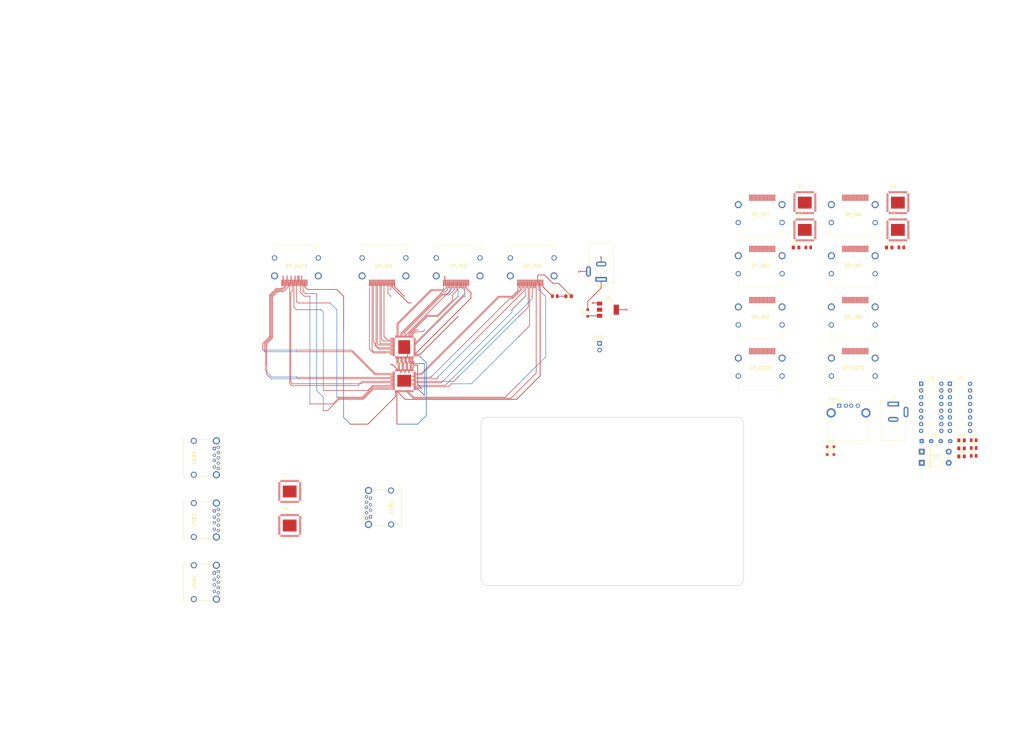
<source format=kicad_pcb>
(kicad_pcb (version 20221018) (generator pcbnew)
  (title_block (title "KVM 3 Channels") (comment 1 "Displayport KVM 3x1"))
  (layers (0 "F.Cu" signal) (1 "In1.Cu" power "GND") (2 "In2.Cu" power "PWR") (31 "B.Cu" signal) (34 "B.Paste" user) (35 "F.Paste" user) (36 "B.SilkS" user "B.Silkscreen") (37 "F.SilkS" user "F.Silkscreen") (38 "B.Mask" user) (39 "F.Mask" user) (44 "Edge.Cuts" user))
  (net 0 "")
  (net 1 "/Display_2/DPIN3_GND")
  (net 2 "Net-(D2-A)")
  (net 3 "/S0")
  (net 4 "/S1")
  (net 5 "+3.3V")
  (net 6 "GND")
  (net 7 "/Display_1/DPIN1_D0+")
  (net 8 "/Display_1/DPIN1_D0-")
  (net 9 "/Display_1/DPIN1_D1+")
  (net 10 "/Display_1/DPIN1_D1-")
  (net 11 "/Display_1/DPIN1_D2+")
  (net 12 "/Display_1/DPIN1_D2-")
  (net 13 "/Display_1/DPIN1_D3+")
  (net 14 "/Display_1/DPIN1_D3-")
  (net 15 "/Display_1/DPIN1_AUX+")
  (net 16 "/Display_1/DPIN1_AUX-")
  (net 17 "/Display_1/DPIN1_HPD")
  (net 18 "/Display_1/DPIN2_D0+")
  (net 19 "/Display_1/DPIN2_D0-")
  (net 20 "/Display_1/DPIN2_D1+")
  (net 21 "/Display_1/DPIN2_D1-")
  (net 22 "/Display_1/DPIN2_D2+")
  (net 23 "/Display_1/DPIN2_D2-")
  (net 24 "/Display_1/DPIN2_D3+")
  (net 25 "/Display_1/DPIN2_D3-")
  (net 26 "/Display_1/DPIN2_AUX+")
  (net 27 "/Display_1/DPIN2_AUX-")
  (net 28 "/Display_1/DPIN2_HPD")
  (net 29 "Net-(D1-A)")
  (net 30 "/Display_1/DPIN3_D0+")
  (net 31 "/Display_1/DPIN3_D0-")
  (net 32 "/Display_1/DPIN3_D1+")
  (net 33 "/Display_1/DPIN3_D1-")
  (net 34 "/Display_1/DPIN3_D2+")
  (net 35 "/Display_1/DPIN3_D2-")
  (net 36 "/Display_1/DPIN3_D3+")
  (net 37 "/Display_1/DPIN3_D3-")
  (net 38 "/Display_1/DPIN3_AUX+")
  (net 39 "/Display_1/DPIN3_AUX-")
  (net 40 "/Display_1/DPIN3_HPD")
  (net 41 "/Display_1/DPOUT_D0+")
  (net 42 "/Display_1/DPOUT_D0-")
  (net 43 "/Display_1/DPOUT_D1+")
  (net 44 "/Display_1/DPOUT_D1-")
  (net 45 "/Display_1/DPOUT_D2+")
  (net 46 "/Display_1/DPOUT_D2-")
  (net 47 "/Display_1/DPOUT_D3+")
  (net 48 "/Display_1/DPOUT_D3-")
  (net 49 "/Display_1/DPOUT_AUX+")
  (net 50 "/Display_1/DPOUT_AUX-")
  (net 51 "/Display_1/DPOUT_HPD")
  (net 52 "Net-(D11-A)")
  (net 53 "Net-(D13-A)")
  (net 60 "unconnected-(DP_IN2-PadMH1)")
  (net 69 "/Display_3/DPIN3_GND")
  (net 70 "Net-(D3-A)")
  (net 71 "Net-(D6-A)")
  (net 72 "Net-(D7-A)")
  (net 73 "/Power Supply/VCC_IN")
  (net 74 "/Display_1/DPIN3_GND")
  (net 75 "/Display_1/DPIN3_PWR")
  (net 81 "Net-(S1-D0_C+)")
  (net 82 "Net-(S1-D0_C-)")
  (net 83 "Net-(S1-D1_C+)")
  (net 84 "Net-(S1-D1_C-)")
  (net 85 "Net-(S1-D2_C+)")
  (net 86 "Net-(S1-D2_C-)")
  (net 87 "Net-(S1-D3_C+)")
  (net 88 "Net-(S1-D3_C-)")
  (net 89 "Net-(S1-AUX_C+)")
  (net 90 "Net-(S1-AUX_C-)")
  (net 91 "Net-(S1-HPD_C)")
  (net 110 "Net-(D8-A)")
  (net 111 "/Control/LED2_ON")
  (net 112 "/Control/SI0")
  (net 113 "/Control/LED3_ON")
  (net 114 "/Control/SI1")
  (net 115 "Net-(D12-A)")
  (net 116 "unconnected-(DP_IN3-GND0-Pad2)")
  (net 117 "unconnected-(DP_IN3-GND1-Pad5)")
  (net 118 "unconnected-(DP_IN3-GND2-Pad8)")
  (net 119 "unconnected-(DP_IN3-GND3-Pad11)")
  (net 120 "unconnected-(DP_IN3-CON1-Pad13)")
  (net 121 "unconnected-(DP_IN3-CON2-Pad14)")
  (net 122 "/Display_2/DPIN1_D0+")
  (net 123 "/Display_2/DPIN1_D0-")
  (net 124 "/Display_2/DPIN1_D1+")
  (net 125 "/Display_2/DPIN1_D1-")
  (net 126 "/Display_2/DPIN1_D2+")
  (net 127 "/Display_2/DPIN1_D2-")
  (net 128 "/Display_2/DPIN1_D3+")
  (net 129 "/Display_2/DPIN1_D3-")
  (net 130 "/Display_2/DPIN1_AUX+")
  (net 131 "/Display_2/DPIN1_AUX-")
  (net 132 "/Display_2/DPIN1_HPD")
  (net 138 "/Display_2/DPIN2_D0+")
  (net 139 "/Display_2/DPIN2_D0-")
  (net 140 "/Display_2/DPIN2_D1+")
  (net 141 "/Display_2/DPIN2_D1-")
  (net 142 "/Display_2/DPIN2_D2+")
  (net 143 "/Display_2/DPIN2_D2-")
  (net 144 "/Display_2/DPIN2_D3+")
  (net 145 "/Display_2/DPIN2_D3-")
  (net 146 "/Display_2/DPIN2_AUX+")
  (net 147 "/Display_2/DPIN2_AUX-")
  (net 148 "/Display_2/DPIN2_HPD")
  (net 154 "/Display_2/DPIN3_D0+")
  (net 156 "/Display_2/DPIN3_D0-")
  (net 157 "/Display_2/DPIN3_D1+")
  (net 159 "/Display_2/DPIN3_D1-")
  (net 160 "/Display_2/DPIN3_D2+")
  (net 162 "/Display_2/DPIN3_D2-")
  (net 163 "/Display_2/DPIN3_D3+")
  (net 165 "/Display_2/DPIN3_D3-")
  (net 168 "/Display_2/DPIN3_AUX+")
  (net 169 "/Display_2/DPIN3_AUX-")
  (net 170 "/Display_2/DPIN3_HPD")
  (net 172 "/Display_2/DPIN3_PWR")
  (net 177 "/Display_3/DPIN1_D0+")
  (net 178 "/Display_3/DPIN1_D0-")
  (net 179 "/Display_3/DPIN1_D1+")
  (net 180 "/Display_3/DPIN1_D1-")
  (net 181 "/Display_3/DPIN1_D2+")
  (net 182 "/Display_3/DPIN1_D2-")
  (net 183 "/Display_3/DPIN1_D3+")
  (net 184 "/Display_3/DPIN1_D3-")
  (net 185 "/Display_3/DPIN1_AUX+")
  (net 186 "/Display_3/DPIN1_AUX-")
  (net 187 "/Display_3/DPIN1_HPD")
  (net 193 "/Display_3/DPIN2_D0+")
  (net 194 "/Display_3/DPIN2_D0-")
  (net 195 "/Display_3/DPIN2_D1+")
  (net 196 "/Display_3/DPIN2_D1-")
  (net 197 "/Display_3/DPIN2_D2+")
  (net 198 "/Display_3/DPIN2_D2-")
  (net 199 "/Display_3/DPIN2_D3+")
  (net 200 "/Display_3/DPIN2_D3-")
  (net 201 "/Display_3/DPIN2_AUX+")
  (net 202 "/Display_3/DPIN2_AUX-")
  (net 203 "/Display_3/DPIN2_HPD")
  (net 209 "/Display_3/DPIN3_D0+")
  (net 211 "/Display_3/DPIN3_D0-")
  (net 212 "/Display_3/DPIN3_D1+")
  (net 214 "/Display_3/DPIN3_D1-")
  (net 215 "/Display_3/DPIN3_D2+")
  (net 217 "/Display_3/DPIN3_D2-")
  (net 218 "/Display_3/DPIN3_D3+")
  (net 220 "/Display_3/DPIN3_D3-")
  (net 223 "/Display_3/DPIN3_AUX+")
  (net 224 "/Display_3/DPIN3_AUX-")
  (net 225 "/Display_3/DPIN3_HPD")
  (net 227 "/Display_3/DPIN3_PWR")
  (net 232 "/Display_2/DPOUT_D0+")
  (net 233 "/Display_2/DPOUT_D0-")
  (net 234 "/Display_2/DPOUT_D1+")
  (net 235 "/Display_2/DPOUT_D1-")
  (net 236 "/Display_2/DPOUT_D2+")
  (net 237 "/Display_2/DPOUT_D2-")
  (net 238 "/Display_2/DPOUT_D3+")
  (net 239 "/Display_2/DPOUT_D3-")
  (net 240 "/Display_2/DPOUT_AUX+")
  (net 241 "/Display_2/DPOUT_AUX-")
  (net 242 "/Display_2/DPOUT_HPD")
  (net 248 "/Display_3/DPOUT_D0+")
  (net 249 "/Display_3/DPOUT_D0-")
  (net 250 "/Display_3/DPOUT_D1+")
  (net 251 "/Display_3/DPOUT_D1-")
  (net 252 "/Display_3/DPOUT_D2+")
  (net 253 "/Display_3/DPOUT_D2-")
  (net 254 "/Display_3/DPOUT_D3+")
  (net 255 "/Display_3/DPOUT_D3-")
  (net 256 "/Display_3/DPOUT_AUX+")
  (net 257 "/Display_3/DPOUT_AUX-")
  (net 258 "/Display_3/DPOUT_HPD")
  (net 264 "/Control/REG_CLK")
  (net 267 "/Control/LED1_ON")
  (net 268 "Net-(S3-D0_C+)")
  (net 269 "Net-(S3-D0_C-)")
  (net 270 "Net-(S3-D1_C+)")
  (net 271 "Net-(S3-D1_C-)")
  (net 272 "Net-(S3-D2_C+)")
  (net 273 "Net-(S3-D2_C-)")
  (net 274 "Net-(S3-D3_C+)")
  (net 275 "Net-(S3-D3_C-)")
  (net 276 "Net-(S3-AUX_C+)")
  (net 277 "Net-(S3-AUX_C-)")
  (net 278 "Net-(S3-HPD_C)")
  (net 297 "Net-(S5-D0_C+)")
  (net 298 "Net-(S5-D0_C-)")
  (net 299 "Net-(S5-D1_C+)")
  (net 300 "Net-(S5-D1_C-)")
  (net 301 "Net-(S5-D2_C+)")
  (net 302 "Net-(S5-D2_C-)")
  (net 303 "Net-(S5-D3_C+)")
  (net 304 "Net-(S5-D3_C-)")
  (net 305 "Net-(S5-AUX_C+)")
  (net 306 "Net-(S5-AUX_C-)")
  (net 307 "Net-(S5-HPD_C)")
  (net 326 "/USB Switch/D0+")
  (net 327 "/USB Switch/D0-")
  (net 328 "/USB Switch/D1+")
  (net 329 "/USB Switch/D1-")
  (net 330 "/USB Switch/D2+")
  (net 331 "/USB Switch/D2-")
  (net 340 "/USB Switch/+5V")
  (net 354 "/USB Switch/USB_C_D2-")
  (net 355 "/USB Switch/USB_C_D2+")
  (net 356 "/USB Switch/USB_C_D1-")
  (net 357 "/USB Switch/USB_C_D1+")
  (net 358 "/USB Switch/USB_C_D0-")
  (net 359 "/USB Switch/USB_C_D0+")
  (net 363 "/USB Switch/USB_AB_D2-")
  (net 364 "/USB Switch/USB_AB_D2+")
  (net 365 "/USB Switch/USB_AB_D1-")
  (net 366 "/USB Switch/USB_AB_D1+")
  (net 367 "/USB Switch/USB_AB_D0-")
  (net 368 "/USB Switch/USB_AB_D0+")
  (net 390 "/USB Switch/USB_B_D2-")
  (net 391 "/USB Switch/USB_B_D2+")
  (net 392 "/USB Switch/USB_B_D1-")
  (net 393 "/USB Switch/USB_B_D1+")
  (net 394 "/USB Switch/USB_B_D0-")
  (net 395 "/USB Switch/USB_B_D0+")
  (net 399 "/USB Switch/USB_A_D2-")
  (net 400 "/USB Switch/USB_A_D2+")
  (net 401 "/USB Switch/USB_A_D1-")
  (net 402 "/USB Switch/USB_A_D1+")
  (net 403 "/USB Switch/USB_A_D0-")
  (net 404 "/USB Switch/USB_A_D0+")
  (net 406 "/Control/Q0")
  (net 409 "/Control/RESET")
  (net 414 "/Control/~{CLK_EN}")
  (net 439 "/USB Switch/OUT_3_D0+")
  (net 446 "/USB Switch/5V+")
  (footprint "472720024:472720024" (layer "F.Cu") (at 268.365 76.375)
    (fp_text reference "DP_IN6")
    (fp_text value "DP_IN3" hide)
  )
  (footprint "Connector_PinHeader_2.54mm:PinHeader_1x02_P2.54mm_Vertical" (layer "F.Cu") (at 172.72 86.36)
    (fp_text reference "PWR1")
    (fp_text value "Conn_01x02_Pin")
  )
  (footprint "Connector_BarrelJack:BarrelJack_Wuerth_6941xx301002" (layer "F.Cu") (at 173.32 62.23 180)
    (fp_text reference "PWR2")
    (fp_text value "Barrel_Jack_Switch")
  )
  (footprint "Custom_Footprints:USB3_Molex_48393-0003" (layer "F.Cu") (at 27.485 149.51 -90)
    (fp_text reference "USB3")
    (fp_text value "USB3_Molex_48393-0003" hide)
  )
  (footprint "LED_SMD:LED_0805_2012Metric_Pad1.15x1.40mm_HandSolder" (layer "F.Cu") (at 161.045 68.58 180)
    (fp_text reference "D1")
    (fp_text value "LED")
  )
  (footprint "472720024:472720024" (layer "F.Cu") (at 268.365 37.775)
    (fp_text reference "DP_IN4")
    (fp_text value "DP_IN1" hide)
  )
  (footprint "472720024:472720024" (layer "F.Cu") (at 91.44 57.14 180)
    (fp_text reference "DP_IN1")
    (fp_text value "DP_IN1" hide)
  )
  (footprint "Connector_BarrelJack:BarrelJack_Wuerth_6941xx301002" (layer "F.Cu") (at 283.45 109.25)
    (fp_text reference "J1")
    (fp_text value "Barrel_Jack_Switch")
  )
  (footprint "LED_SMD:LED_0805_2012Metric_Pad1.15x1.40mm_HandSolder" (layer "F.Cu") (at 246.825 50.205)
    (fp_text reference "D3")
    (fp_text value "LED")
  )
  (footprint "Resistor_SMD:R_0805_2012Metric" (layer "F.Cu") (at 251.4 50.16)
    (fp_text reference "R3")
    (fp_text value "R75")
  )
  (footprint "LED_SMD:LED_0805_2012Metric_Pad1.15x1.40mm_HandSolder" (layer "F.Cu") (at 309.195 122.945)
    (fp_text reference "D6")
    (fp_text value "LED1")
  )
  (footprint "LED_SMD:LED_0805_2012Metric_Pad1.15x1.40mm_HandSolder" (layer "F.Cu") (at 281.915 50.205)
    (fp_text reference "D2")
    (fp_text value "LED")
  )
  (footprint "472720024:472720024" (layer "F.Cu") (at 147.32 57.14 180)
    (fp_text reference "DP_IN3")
    (fp_text value "DP_IN3" hide)
  )
  (footprint "472720024:472720024" (layer "F.Cu") (at 233.275 76.375)
    (fp_text reference "DP_IN9")
    (fp_text value "DP_IN3" hide)
  )
  (footprint "Connector_Wire:SolderWire-0.1sqmm_1x04_P3.6mm_D0.4mm_OD1mm" (layer "F.Cu") (at 294.15 123.25)
    (fp_text reference "J2")
    (fp_text value "IO pins")
  )
  (footprint "Package_TO_SOT_SMD:SOT-223-3_TabPin2" (layer "F.Cu") (at 175.87 73.66)
    (fp_text reference "U6")
    (fp_text value "AMS1117-3.3")
  )
  (footprint "Custom_Footprints:USB3_Molex_48393-0003" (layer "F.Cu") (at 27.485 126.04 -90)
    (fp_text reference "USB2")
    (fp_text value "USB3_Molex_48393-0003" hide)
  )
  (footprint "472720024:472720024" (layer "F.Cu") (at 119.38 57.14 180)
    (fp_text reference "DP_IN2")
    (fp_text value "DP_IN2" hide)
  )
  (footprint "Custom_Footprints:QFN50P800X800X100-57N" (layer "F.Cu") (at 285.19 33.265)
    (fp_text reference "S3")
    (fp_text value "HD3SS215IRTQR")
  )
  (footprint "Custom_Footprints:QFN50P800X800X100-57N" (layer "F.Cu") (at 55.88 155.085)
    (fp_text reference "S8")
    (fp_text value "HD3SS215IRTQR")
  )
  (footprint "Resistor_SMD:R_0805_2012Metric" (layer "F.Cu") (at 286.49 50.16)
    (fp_text reference "R2")
    (fp_text value "R75")
  )
  (footprint "Diode_THT:D_DO-41_SOD81_P10.16mm_Horizontal" (layer "F.Cu") (at 294.2 127.2)
    (fp_text reference "D9")
    (fp_text value "1N4001")
  )
  (footprint "Custom_Footprints:QFN50P800X800X100-57N" (layer "F.Cu") (at 250.1 43.545)
    (fp_text reference "S6")
    (fp_text value "HD3SS215IRTQR")
  )
  (footprint "Custom_Footprints:QFN50P800X800X100-57N" (layer "F.Cu") (at 285.19 43.545)
    (fp_text reference "S4")
    (fp_text value "HD3SS215IRTQR")
  )
  (footprint "Connector_USB:USB_A_CONNFLY_DS1095-WNR0" (layer "F.Cu") (at 263.08 109.885)
    (fp_text reference "PWR3")
    (fp_text value "USB_A")
  )
  (footprint "472720024:472720024" (layer "F.Cu") (at 58.42 57.14 180)
    (fp_text reference "DP_OUT1")
    (fp_text value "DP_OUT" hide)
  )
  (footprint "Resistor_SMD:R_0805_2012Metric" (layer "F.Cu") (at 313.77 122.9)
    (fp_text reference "R4")
    (fp_text value "R75")
  )
  (footprint "Diode_THT:D_DO-41_SOD81_P10.16mm_Horizontal" (layer "F.Cu") (at 294.2 131.45)
    (fp_text reference "D10")
    (fp_text value "1N4001")
  )
  (footprint "Diode_SMD:D_SOD-323_HandSoldering" (layer "F.Cu") (at 259.805 128.32)
    (fp_text reference "D13")
    (fp_text value "1N5819WS")
  )
  (footprint "Package_DIP:DIP-16_W7.62mm" (layer "F.Cu") (at 304.8 101.6)
    (fp_text reference "U5")
    (fp_text value "74LS195")
  )
  (footprint "LED_SMD:LED_0805_2012Metric_Pad1.15x1.40mm_HandSolder" (layer "F.Cu") (at 309.195 129.025)
    (fp_text reference "D8")
    (fp_text value "LED3")
  )
  (footprint "Resistor_SMD:R_0805_2012Metric" (layer "F.Cu") (at 313.77 125.85)
    (fp_text reference "R5")
    (fp_text value "R75")
  )
  (footprint "Custom_Footprints:QFN50P800X800X100-57N" (layer "F.Cu") (at 99.06 100.455)
    (fp_text reference "S2")
    (fp_text value "HD3SS215IRTQR")
  )
  (footprint "472720024:472720024" (layer "F.Cu") (at 233.275 95.675)
    (fp_text reference "DP_OUT3")
    (fp_text value "DP_OUT" hide)
  )
  (footprint "LED_SMD:LED_0805_2012Metric_Pad1.15x1.40mm_HandSolder" (layer "F.Cu") (at 309.195 125.985)
    (fp_text reference "D7")
    (fp_text value "LED2")
  )
  (footprint "Custom_Footprints:QFN50P800X800X100-57N" (layer "F.Cu") (at 55.88 142.24)
    (fp_text reference "S7")
    (fp_text value "HD3SS215IRTQR")
  )
  (footprint "Diode_SMD:D_SOD-323_HandSoldering" (layer "F.Cu") (at 259.805 125.37)
    (fp_text reference "D12")
    (fp_text value "1N5819WS")
  )
  (footprint "Custom_Footprints:QFN50P800X800X100-57N" (layer "F.Cu") (at 99.06 87.755 90)
    (fp_text reference "S1")
    (fp_text value "HD3SS215IRTQR")
  )
  (footprint "472720024:472720024" (layer "F.Cu") (at 233.275 37.775)
    (fp_text reference "DP_IN7")
    (fp_text value "DP_IN1" hide)
  )
  (footprint "472720024:472720024" (layer "F.Cu") (at 268.365 95.675)
    (fp_text reference "DP_OUT2")
    (fp_text value "DP_OUT" hide)
  )
  (footprint "472720024:472720024" (layer "F.Cu") (at 233.275 57.075)
    (fp_text reference "DP_IN8")
    (fp_text value "DP_IN2" hide)
  )
  (footprint "Package_DIP:DIP-16_W7.62mm" (layer "F.Cu") (at 293.95 101.6)
    (fp_text reference "U3")
    (fp_text value "4017")
  )
  (footprint "Resistor_SMD:R_0805_2012Metric" (layer "F.Cu") (at 313.77 128.8)
    (fp_text reference "R6")
    (fp_text value "R75")
  )
  (footprint "Custom_Footprints:USB3_Molex_48393-0003" (layer "F.Cu") (at 27.485 172.98 -90)
    (fp_text reference "USB4")
    (fp_text value "USB3_Molex_48393-0003" hide)
  )
  (footprint "Custom_Footprints:QFN50P800X800X100-57N" (layer "F.Cu") (at 250.1 33.265)
    (fp_text reference "S5")
    (fp_text value "HD3SS215IRTQR")
  )
  (footprint "Diode_SMD:D_SOD-323_HandSoldering" (layer "F.Cu") (at 168.25 74.91 90)
    (fp_text reference "D11")
    (fp_text value "1N5819WS")
  )
  (footprint "472720024:472720024" (layer "F.Cu") (at 268.365 57.075)
    (fp_text reference "DP_IN5")
    (fp_text value "DP_IN2" hide)
  )
  (footprint "Custom_Footprints:USB3_Molex_48393-0003" (layer "F.Cu") (at 86.36 151.78 90)
    (fp_text reference "USB1")
    (fp_text value "USB3_Molex_48393-0003" hide)
  )
  (footprint "Resistor_SMD:R_0805_2012Metric" (layer "F.Cu") (at 155.8525 68.58)
    (fp_text reference "R1")
    (fp_text value "R75")
  )
  (gr_arc (start 224.46 114.25) (mid 226.256051 114.993949) (end 227 116.79) (stroke (width 0.2)) (layer "Edge.Cuts"))
  (gr_line (start 227 116.79) (end 227 175.21) (stroke (width 0.2)) (layer "Edge.Cuts"))
  (gr_line (start 128.018485 175.210543) (end 128.013416 116.791567) (stroke (width 0.2)) (layer "Edge.Cuts"))
  (gr_arc (start 130.558485 177.750543) (mid 128.762432 177.006596) (end 128.018485 175.210543) (stroke (width 0.2)) (layer "Edge.Cuts"))
  (gr_line (start 130.553416 114.251567) (end 224.46 114.25) (stroke (width 0.2)) (layer "Edge.Cuts"))
  (gr_arc (start 128.013416 116.791567) (mid 128.757365 114.995516) (end 130.553416 114.251567) (stroke (width 0.2)) (layer "Edge.Cuts"))
  (gr_arc (start 227 175.21) (mid 226.256051 177.006051) (end 224.46 177.75) (stroke (width 0.2)) (layer "Edge.Cuts"))
  (gr_line (start 224.46 177.75) (end 130.558485 177.750543) (stroke (width 0.2)) (layer "Edge.Cuts"))
  (segment (start 93.98 94.331961) (end 94.641836 94.331961) (width 0.25) (layer "F.Cu") (net 5))
  (segment (start 102.31 95.347461) (end 102.532886 95.124575) (width 0.25) (layer "F.Cu") (net 5))
  (segment (start 95.125 84.505) (end 94.012392 84.505) (width 0.25) (layer "F.Cu") (net 5))
  (segment (start 179.02 73.66) (end 182.88 73.66) (width 0.25) (layer "F.Cu") (net 5))
  (segment (start 102.31 96.52) (end 102.31 95.347461) (width 0.25) (layer "F.Cu") (net 5))
  (segment (start 96.31 96.000125) (end 96.31 96.52) (width 0.25) (layer "F.Cu") (net 5))
  (segment (start 95.44 63.5) (end 95.44 64.96) (width 0.25) (layer "F.Cu") (net 5))
  (segment (start 95.125 90.505) (end 93.98 90.505) (width 0.25) (layer "F.Cu") (net 5))
  (segment (start 94.641836 94.331961) (end 96.31 96.000125) (width 0.25) (layer "F.Cu") (net 5))
  (segment (start 94.012392 84.505) (end 93.98 84.472608) (width 0.25) (layer "F.Cu") (net 5))
  (segment (start 95.44 64.96) (end 99.06 68.58) (width 0.25) (layer "F.Cu") (net 5))
  (segment (start 96.31141 96.52) (end 96.31 96.52) (width 0.25) (layer "F.Cu") (net 5))
  (via blind (at 93.98 84.472608) (size 0.4) (drill 0.2) (layers "F.Cu" "In2.Cu") (net 5))
  (via blind (at 99.06 68.58) (size 0.4) (drill 0.2) (layers "F.Cu" "In2.Cu") (remove_unused_layers) (zone_layer_connections "In2.Cu") (net 5))
  (via blind (at 182.88 73.66) (size 0.8) (drill 0.4) (layers "F.Cu" "In2.Cu") (net 5))
  (via blind (at 99.06 68.58) (size 0.4) (drill 0.2) (layers "F.Cu" "In2.Cu") (remove_unused_layers) (zone_layer_connections "In2.Cu") (net 5))
  (via blind (at 99.06 68.58) (size 0.4) (drill 0.2) (layers "F.Cu" "In2.Cu") (remove_unused_layers) (zone_layer_connections "In2.Cu") (net 5))
  (via blind (at 102.532886 95.124575) (size 0.4) (drill 0.2) (layers "F.Cu" "In2.Cu") (net 5))
  (via blind (at 93.98 90.505) (size 0.4) (drill 0.2) (layers "F.Cu" "In2.Cu") (net 5))
  (via blind (at 99.06 68.58) (size 0.4) (drill 0.2) (layers "F.Cu" "In2.Cu") (remove_unused_layers) (zone_layer_connections "In2.Cu") (net 5))
  (via blind (at 93.98 94.331961) (size 0.4) (drill 0.2) (layers "F.Cu" "In2.Cu") (net 5))
  (via blind (at 99.06 68.58) (size 0.4) (drill 0.2) (layers "F.Cu" "In2.Cu") (remove_unused_layers) (zone_layer_connections "In2.Cu") (net 5))
  (segment (start 102.995 100.205) (end 102.052757 100.205) (width 0.25) (layer "F.Cu") (net 6))
  (segment (start 119.88 63.5) (end 119.88 65.42) (width 0.25) (layer "F.Cu") (net 6))
  (segment (start 93.9805 100.205) (end 95.125 100.205) (width 0.25) (layer "F.Cu") (net 6))
  (segment (start 97.811246 97.52) (end 97.811246 97.041121) (width 0.25) (layer "F.Cu") (net 6))
  (segment (start 102.995 101.705) (end 102.059502 101.705) (width 0.25) (layer "F.Cu") (net 6))
  (segment (start 100.315051 90.754502) (end 100.315051 91.684949) (width 0.25) (layer "F.Cu") (net 6))
  (segment (start 168.52 59.23) (end 165.1 59.23) (width 0.25) (layer "F.Cu") (net 6))
  (segment (start 102.995 98.705) (end 102.475124 98.705) (width 0.25) (layer "F.Cu") (net 6))
  (segment (start 54.92 60.96) (end 54.92 63.5) (width 0.25) (layer "F.Cu") (net 6))
  (segment (start 172.48 71.12) (end 170.18 71.12) (width 0.25) (layer "F.Cu") (net 6))
  (segment (start 121.38 63.5) (end 121.38 65.42) (width 0.25) (layer "F.Cu") (net 6))
  (segment (start 97.811246 97.041121) (end 97.81 97.039875) (width 0.25) (layer "F.Cu") (net 6))
  (segment (start 93.98 98.705) (end 95.125 98.705) (width 0.25) (layer "F.Cu") (net 6))
  (segment (start 114.38 63.5) (end 114.38 61.04) (width 0.25) (layer "F.Cu") (net 6))
  (segment (start 118.88 65.42) (end 118.88 63.5) (width 0.25) (layer "F.Cu") (net 6))
  (segment (start 60.42 63.5) (end 60.42 60.96) (width 0.25) (layer "F.Cu") (net 6))
  (segment (start 57.92 60.96) (end 57.92 63.5) (width 0.25) (layer "F.Cu") (net 6))
  (segment (start 58.92 63.5) (end 58.92 60.96) (width 0.25) (layer "F.Cu") (net 6))
  (segment (start 93.98 100.2045) (end 93.9805 100.205) (width 0.25) (layer "F.Cu") (net 6))
  (segment (start 100.81 97.52) (end 100.81 96.52) (width 0.25) (layer "F.Cu") (net 6))
  (segment (start 93.98 101.705) (end 95.125 101.705) (width 0.25) (layer "F.Cu") (net 6))
  (segment (start 172.72 71.36) (end 172.48 71.12) (width 0.25) (layer "F.Cu") (net 6))
  (segment (start 53.42 60.96) (end 53.42 63.5) (width 0.25) (layer "F.Cu") (net 6))
  (segment (start 115.88 63.5) (end 115.88 65.42) (width 0.25) (layer "F.Cu") (net 6))
  (segment (start 97.81 97.039875) (end 97.81 96.52) (width 0.25) (layer "F.Cu") (net 6))
  (segment (start 94.055 86.005) (end 95.125 86.005) (width 0.25) (layer "F.Cu") (net 6))
  (segment (start 99.31 97.355498) (end 99.31 96.52) (width 0.25) (layer "F.Cu") (net 6))
  (segment (start 120.38 63.5) (end 120.38 65.42) (width 0.25) (layer "F.Cu") (net 6))
  (segment (start 102.070079 98.705) (end 102.995 98.705) (width 0.25) (layer "F.Cu") (net 6))
  (segment (start 117.38 63.5) (end 117.38 65.42) (width 0.25) (layer "F.Cu") (net 6))
  (segment (start 59.42 60.96) (end 59.42 63.5) (width 0.25) (layer "F.Cu") (net 6))
  (segment (start 95.1245 89.0045) (end 95.125 89.005) (width 0.25) (layer "F.Cu") (net 6))
  (segment (start 56.42 60.96) (end 56.42 63.5) (width 0.25) (layer "F.Cu") (net 6))
  (segment (start 173.32 56.43) (end 173.32 53.94) (width 0.25) (layer "F.Cu") (net 6))
  (segment (start 93.98 89.0045) (end 95.1245 89.0045) (width 0.25) (layer "F.Cu") (net 6))
  (segment (start 100.315051 91.684949) (end 100.31 91.69) (width 0.25) (layer "F.Cu") (net 6))
  (segment (start 95.125 87.505) (end 93.98 87.505) (width 0.25) (layer "F.Cu") (net 6))
  (via blind (at 100.315051 90.754502) (size 0.4) (drill 0.2) (layers "F.Cu" "In1.Cu") (net 6))
  (via blind (at 102.059502 100.205) (size 0.4) (drill 0.2) (layers "F.Cu" "In1.Cu") (net 6))
  (via blind (at 56.42 60.96) (size 0.4) (drill 0.2) (layers "F.Cu" "In1.Cu") (net 6))
  (via blind (at 58.92 60.96) (size 0.4) (drill 0.2) (layers "F.Cu" "In1.Cu") (net 6))
  (via blind (at 97.811246 97.52) (size 0.4) (drill 0.2) (layers "F.Cu" "In1.Cu") (net 6))
  (via blind (at 53.42 60.96) (size 0.4) (drill 0.2) (layers "F.Cu" "In1.Cu") (net 6))
  (via blind (at 60.42 60.96) (size 0.4) (drill 0.2) (layers "F.Cu" "In1.Cu") (net 6))
  (via blind (at 115.88 65.42) (size 0.4) (drill 0.2) (layers "F.Cu" "In1.Cu") (net 6))
  (via blind (at 165.1 59.23) (size 0.8) (drill 0.4) (layers "F.Cu" "In1.Cu") (net 6))
  (via blind (at 102.059502 101.705) (size 0.4) (drill 0.2) (layers "F.Cu" "In1.Cu") (net 6))
  (via blind (at 121.38 65.42) (size 0.4) (drill 0.2) (layers "F.Cu" "In1.Cu") (net 6))
  (via blind (at 59.42 60.96) (size 0.4) (drill 0.2) (layers "F.Cu" "In1.Cu") (net 6))
  (via blind (at 100.81 97.52) (size 0.4) (drill 0.2) (layers "F.Cu" "In1.Cu") (net 6))
  (via blind (at 54.92 60.96) (size 0.4) (drill 0.2) (layers "F.Cu" "In1.Cu") (net 6))
  (via blind (at 93.98 89.0045) (size 0.4) (drill 0.2) (layers "F.Cu" "In1.Cu") (net 6))
  (via blind (at 102.070079 98.705) (size 0.4) (drill 0.2) (layers "F.Cu" "In1.Cu") (net 6))
  (via blind (at 170.18 71.12) (size 0.8) (drill 0.4) (layers "F.Cu" "In1.Cu") (net 6))
  (via blind (at 93.98 87.505) (size 0.4) (drill 0.2) (layers "F.Cu" "In1.Cu") (net 6))
  (via blind (at 57.92 60.96) (size 0.4) (drill 0.2) (layers "F.Cu" "In1.Cu") (net 6))
  (via blind (at 117.38 65.42) (size 0.4) (drill 0.2) (layers "F.Cu" "In1.Cu") (net 6))
  (via blind (at 99.31 97.52) (size 0.4) (drill 0.2) (layers "F.Cu" "In1.Cu") (net 6))
  (via blind (at 93.98 86.0055) (size 0.4) (drill 0.2) (layers "F.Cu" "In1.Cu") (net 6))
  (via blind (at 119.88 65.42) (size 0.4) (drill 0.2) (layers "F.Cu" "In1.Cu") (net 6))
  (via blind (at 173.32 53.94) (size 0.8) (drill 0.4) (layers "F.Cu" "In1.Cu") (net 6))
  (via blind (at 118.88 65.42) (size 0.4) (drill 0.2) (layers "F.Cu" "In1.Cu") (net 6))
  (via blind (at 93.98 98.7055) (size 0.4) (drill 0.2) (layers "F.Cu" "In1.Cu") (net 6))
  (via micro (at 93.98 101.705) (size 0.4) (drill 0.2) (layers "F.Cu" "In1.Cu") (net 6))
  (via blind (at 114.38 61.04) (size 0.4) (drill 0.2) (layers "F.Cu" "In1.Cu") (net 6))
  (via blind (at 120.38 65.42) (size 0.4) (drill 0.2) (layers "F.Cu" "In1.Cu") (net 6))
  (via blind (at 93.98 100.2045) (size 0.4) (drill 0.2) (layers "F.Cu" "In1.Cu") (net 6))
  (segment (start 95.125 90.005) (end 87.465 90.005) (width 0.2) (layer "F.Cu") (net 7))
  (segment (start 87.465 90.005) (end 85.94 88.48) (width 0.2) (layer "F.Cu") (net 7))
  (segment (start 85.94 88.48) (end 85.94 63.5) (width 0.2) (layer "F.Cu") (net 7))
  (segment (start 86.94 63.5) (end 86.94 88.914314) (width 0.2) (layer "F.Cu") (net 8))
  (segment (start 86.94 88.914314) (end 87.530686 89.505) (width 0.2) (layer "F.Cu") (net 8))
  (segment (start 87.530686 89.505) (end 95.125 89.505) (width 0.2) (layer "F.Cu") (net 8))
  (segment (start 87.44 85.76) (end 88.04 86.36) (width 0.2) (layer "F.Cu") (net 9))
  (segment (start 89.360687 88.505) (end 95.125 88.505) (width 0.2) (layer "F.Cu") (net 9))
  (segment (start 87.44 63.5) (end 87.44 85.76) (width 0.2) (layer "F.Cu") (net 9))
  (segment (start 88.04 86.36) (end 88.04 87.184313) (width 0.2) (layer "F.Cu") (net 9))
  (segment (start 88.04 87.184313) (end 89.360687 88.505) (width 0.2) (layer "F.Cu") (net 9))
  (segment (start 88.44 87.018627) (end 89.426373 88.005) (width 0.2) (layer "F.Cu") (net 10))
  (segment (start 88.44 63.5) (end 88.44 87.018627) (width 0.2) (layer "F.Cu") (net 10))
  (segment (start 89.426373 88.005) (end 95.125 88.005) (width 0.2) (layer "F.Cu") (net 10))
  (segment (start 89.585 87.005) (end 95.125 87.005) (width 0.2) (layer "F.Cu") (net 11))
  (segment (start 88.94 86.36) (end 89.585 87.005) (width 0.2) (layer "F.Cu") (net 11))
  (segment (start 88.94 63.5) (end 88.94 86.36) (width 0.2) (layer "F.Cu") (net 11))
  (segment (start 90.085 86.505) (end 95.125 86.505) (width 0.2) (layer "F.Cu") (net 12))
  (segment (start 89.94 63.5) (end 89.94 86.36) (width 0.2) (layer "F.Cu") (net 12))
  (segment (start 89.94 86.36) (end 90.085 86.505) (width 0.2) (layer "F.Cu") (net 12))
  (segment (start 91.150686 85.505) (end 90.44 84.794314) (width 0.2) (layer "F.Cu") (net 13))
  (segment (start 90.44 84.794314) (end 90.44 63.5) (width 0.2) (layer "F.Cu") (net 13))
  (segment (start 95.125 85.505) (end 91.150686 85.505) (width 0.2) (layer "F.Cu") (net 13))
  (segment (start 95.125 85.005) (end 92.625 85.005) (width 0.2) (layer "F.Cu") (net 14))
  (segment (start 92.625 85.005) (end 91.44 83.82) (width 0.2) (layer "F.Cu") (net 14))
  (segment (start 91.44 83.82) (end 91.44 63.5) (width 0.2) (layer "F.Cu") (net 14))
  (segment (start 101.81 83.82) (end 101.81 82.767058) (width 0.2) (layer "F.Cu") (net 15))
  (segment (start 101.81 82.767058) (end 103.297058 81.28) (width 0.2) (layer "F.Cu") (net 15))
  (segment (start 92.94 63.5) (end 92.94 67.54) (width 0.2) (layer "F.Cu") (net 15))
  (segment (start 92.94 67.54) (end 93.98 68.58) (width 0.2) (layer "F.Cu") (net 15))
  (segment (start 103.297058 81.28) (end 104.14 81.28) (width 0.2) (layer "F.Cu") (net 15))
  (via (at 93.98 68.58) (size 0.4) (drill 0.2) (layers "F.Cu" "B.Cu") (net 15))
  (via (at 104.14 81.28) (size 0.4) (drill 0.2) (layers "F.Cu" "B.Cu") (net 15))
  (segment (start 105.98 81.98) (end 106.68 81.28) (width 0.2) (layer "F.Cu") (net 16))
  (segment (start 93.94 63.5) (end 93.94 66) (width 0.2) (layer "F.Cu") (net 16))
  (segment (start 102.31 82.832744) (end 103.162744 81.98) (width 0.2) (layer "F.Cu") (net 16))
  (segment (start 103.162744 81.98) (end 105.98 81.98) (width 0.2) (layer "F.Cu") (net 16))
  (segment (start 93.94 66) (end 93.98 66.04) (width 0.2) (layer "F.Cu") (net 16))
  (segment (start 102.31 83.82) (end 102.31 82.832744) (width 0.2) (layer "F.Cu") (net 16))
  (via (at 93.98 66.04) (size 0.4) (drill 0.2) (layers "F.Cu" "B.Cu") (net 16))
  (via (at 106.68 81.28) (size 0.4) (drill 0.2) (layers "F.Cu" "B.Cu") (net 16))
  (segment (start 94.44 63.5) (end 94.44 64.99) (width 0.25) (layer "F.Cu") (net 17))
  (segment (start 105.075 90.505) (end 102.995 90.505) (width 0.25) (layer "F.Cu") (net 17))
  (segment (start 119.38 76.2) (end 105.075 90.505) (width 0.25) (layer "F.Cu") (net 17))
  (segment (start 100.57 71.12) (end 101.6 71.12) (width 0.25) (layer "F.Cu") (net 17))
  (segment (start 94.44 64.99) (end 100.57 71.12) (width 0.25) (layer "F.Cu") (net 17))
  (via (at 119.38 76.2) (size 0.4) (drill 0.2) (layers "F.Cu" "B.Cu") (net 17))
  (via (at 101.6 71.12) (size 0.4) (drill 0.2) (layers "F.Cu" "B.Cu") (net 17))
  (segment (start 96.31 83.82) (end 96.31 78.95) (width 0.2) (layer "F.Cu") (net 18))
  (segment (start 113.88 65.894314) (end 113.88 63.5) (width 0.2) (layer "F.Cu") (net 18))
  (segment (start 109.22 66.04) (end 113.734314 66.04) (width 0.2) (layer "F.Cu") (net 18))
  (segment (start 113.734314 66.04) (end 113.88 65.894314) (width 0.2) (layer "F.Cu") (net 18))
  (segment (start 96.31 78.95) (end 109.22 66.04) (width 0.2) (layer "F.Cu") (net 18))
  (segment (start 96.81 79.015686) (end 109.30926 66.516426) (width 0.2) (layer "F.Cu") (net 19))
  (segment (start 114.88 65.46) (end 114.88 63.5) (width 0.2) (layer "F.Cu") (net 19))
  (segment (start 113.823574 66.516426) (end 114.88 65.46) (width 0.2) (layer "F.Cu") (net 19))
  (segment (start 109.30926 66.516426) (end 113.823574 66.516426) (width 0.2) (layer "F.Cu") (net 19))
  (segment (start 96.81 83.82) (end 96.81 79.015686) (width 0.2) (layer "F.Cu") (net 19))
  (segment (start 97.81 82.530001) (end 113.371581 66.96842) (width 0.2) (layer "F.Cu") (net 20))
  (segment (start 115.38 66.082936) (end 115.38 63.5) (width 0.2) (layer "F.Cu") (net 20))
  (segment (start 97.81 83.82) (end 97.81 82.530001) (width 0.2) (layer "F.Cu") (net 20))
  (segment (start 114.494516 66.96842) (end 115.38 66.082936) (width 0.2) (layer "F.Cu") (net 20))
  (segment (start 113.371581 66.96842) (end 114.494516 66.96842) (width 0.2) (layer "F.Cu") (net 20))
  (segment (start 116.34 66.848628) (end 116.34 63.54) (width 0.2) (layer "F.Cu") (net 21))
  (segment (start 116.34 63.54) (end 116.38 63.5) (width 0.2) (layer "F.Cu") (net 21))
  (segment (start 98.31 83.82) (end 98.31 82.595686) (width 0.2) (layer "F.Cu") (net 21))
  (segment (start 98.31 82.595686) (end 113.225687 67.68) (width 0.2) (layer "F.Cu") (net 21))
  (segment (start 115.508628 67.68) (end 116.34 66.848628) (width 0.2) (layer "F.Cu") (net 21))
  (segment (start 113.225687 67.68) (end 115.508628 67.68) (width 0.2) (layer "F.Cu") (net 21))
  (segment (start 116.88 65.38) (end 116.84 65.42) (width 0.2) (layer "F.Cu") (net 22))
  (segment (start 116.88 63.5) (end 116.88 65.38) (width 0.2) (layer "F.Cu") (net 22))
  (segment (start 99.81 83.07) (end 114.3 68.58) (width 0.2) (layer "F.Cu") (net 22))
  (segment (start 99.81 83.82) (end 99.81 83.07) (width 0.2) (layer "F.Cu") (net 22))
  (segment (start 116.84 63.54) (end 116.88 63.5) (width 0.2) (layer "F.Cu") (net 22))
  (via (at 116.84 65.42) (size 0.4) (drill 0.2) (layers "F.Cu" "B.Cu") (net 22))
  (via (at 114.3 68.58) (size 0.4) (drill 0.2) (layers "F.Cu" "B.Cu") (net 22))
  (segment (start 116.84 66.04) (end 116.84 65.42) (width 0.2) (layer "B.Cu") (net 22))
  (segment (start 116.84 66.04) (end 114.3 68.58) (width 0.2) (layer "B.Cu") (net 22))
  (segment (start 99.06 82.411372) (end 113.391372 68.08) (width 0.2) (layer "F.Cu") (net 23))
  (segment (start 99.31 83.82) (end 99.31 82.661372) (width 0.2) (layer "F.Cu") (net 23))
  (segment (start 117.88 66.205686) (end 117.88 63.5) (width 0.2) (layer "F.Cu") (net 23))
  (segment (start 99.31 82.661372) (end 99.06 82.411372) (width 0.2) (layer "F.Cu") (net 23))
  (segment (start 113.391372 68.08) (end 116.005686 68.08) (width 0.2) (layer "F.Cu") (net 23))
  (segment (start 116.005686 68.08) (end 117.88 66.205686) (width 0.2) (layer "F.Cu") (net 23))
  (segment (start 111.76 76.2) (end 107.811372 76.2) (width 0.2) (layer "F.Cu") (net 24))
  (segment (start 101.31 82.701372) (end 101.31 83.82) (width 0.2) (layer "F.Cu") (net 24))
  (segment (start 119.38 68.58) (end 111.76 76.2) (width 0.2) (layer "F.Cu") (net 24))
  (segment (start 107.811372 76.2) (end 101.31 82.701372) (width 0.2) (layer "F.Cu") (net 24))
  (segment (start 118.38 63.5) (end 118.38 65.42) (width 0.2) (layer "F.Cu") (net 24))
  (via (at 118.38 65.42) (size 0.4) (drill 0.2) (layers "F.Cu" "B.Cu") (net 24))
  (via (at 119.38 68.58) (size 0.4) (drill 0.2) (layers "F.Cu" "B.Cu") (net 24))
  (segment (start 118.38 65.42) (end 119.38 66.42) (width 0.2) (layer "B.Cu") (net 24))
  (segment (start 119.38 66.42) (end 119.38 68.58) (width 0.2) (layer "B.Cu") (net 24))
  (segment (start 117.24 68.18) (end 119.38 66.04) (width 0.2) (layer "F.Cu") (net 25))
  (segment (start 117.24 70.154314) (end 117.24 68.18) (width 0.2) (layer "F.Cu") (net 25))
  (segment (start 111.594314 75.8) (end 117.24 70.154314) (width 0.2) (layer "F.Cu") (net 25))
  (segment (start 119.38 66.04) (end 119.38 63.5) (width 0.2) (layer "F.Cu") (net 25))
  (segment (start 107.645687 75.8) (end 111.594314 75.8) (width 0.2) (layer "F.Cu") (net 25))
  (segment (start 100.81 82.635686) (end 107.645687 75.8) (width 0.2) (layer "F.Cu") (net 25))
  (segment (start 100.81 83.82) (end 100.81 82.635686) (width 0.2) (layer "F.Cu") (net 25))
  (segment (start 102.995 86.505) (end 103.545204 86.505) (width 0.2) (layer "F.Cu") (net 26))
  (segment (start 121.470204 68.58) (end 121.92 68.58) (width 0.2) (layer "F.Cu") (net 26))
  (segment (start 120.88 63.5) (end 120.88 65.42) (width 0.2) (layer "F.Cu") (net 26))
  (segment (start 103.545204 86.505) (end 121.470204 68.58) (width 0.2) (layer "F.Cu") (net 26))
  (via (at 121.92 68.58) (size 0.4) (drill 0.2) (layers "F.Cu" "B.Cu") (net 26))
  (via (at 120.88 65.42) (size 0.4) (drill 0.2) (layers "F.Cu" "B.Cu") (net 26))
  (segment (start 121.92 68.58) (end 121.92 66.46) (width 0.2) (layer "B.Cu") (net 26))
  (segment (start 121.92 66.46) (end 120.88 65.42) (width 0.2) (layer "B.Cu") (net 26))
  (segment (start 102.995 86.005) (end 103.479519 86.005) (width 0.2) (layer "F.Cu") (net 27))
  (segment (start 121.88 67.604519) (end 121.88 63.5) (width 0.2) (layer "F.Cu") (net 27))
  (segment (start 103.479519 86.005) (end 121.88 67.604519) (width 0.2) (layer "F.Cu") (net 27))
  (segment (start 102.995 90.005) (end 103.514875 90.005) (width 0.25) (layer "F.Cu") (net 28))
  (segment (start 124.214875 67.30957) (end 122.38 65.474695) (width 0.25) (layer "F.Cu") (net 28))
  (segment (start 124.214875 69.305) (end 124.214875 67.30957) (width 0.25) (layer "F.Cu") (net 28))
  (segment (start 103.514875 90.005) (end 124.214875 69.305) (width 0.25) (layer "F.Cu") (net 28))
  (segment (start 122.38 65.474695) (end 122.38 63.5) (width 0.25) (layer "F.Cu") (net 28))
  (segment (start 156.765 68.58) (end 160.02 68.58) (width 0.25) (layer "F.Cu") (net 29))
  (segment (start 141.82 66.46) (end 141.82 63.5) (width 0.2) (layer "F.Cu") (net 30))
  (segment (start 139.7 68.58) (end 141.82 66.46) (width 0.2) (layer "F.Cu") (net 30))
  (segment (start 102.995 97.705) (end 105.495 97.705) (width 0.2) (layer "F.Cu") (net 30))
  (segment (start 105.495 97.705) (end 134.62 68.58) (width 0.2) (layer "F.Cu") (net 30))
  (segment (start 134.62 68.58) (end 139.7 68.58) (width 0.2) (layer "F.Cu") (net 30))
  (segment (start 142.82 66.025686) (end 142.82 63.5) (width 0.2) (layer "F.Cu") (net 31))
  (segment (start 102.995 98.205) (end 105.560686 98.205) (width 0.2) (layer "F.Cu") (net 31))
  (segment (start 139.865686 68.98) (end 142.82 66.025686) (width 0.2) (layer "F.Cu") (net 31))
  (segment (start 134.785686 68.98) (end 139.865686 68.98) (width 0.2) (layer "F.Cu") (net 31))
  (segment (start 105.560686 98.205) (end 134.785686 68.98) (width 0.2) (layer "F.Cu") (net 31))
  (segment (start 109.22 99.06) (end 109.075 99.205) (width 0.2) (layer "F.Cu") (net 32))
  (segment (start 109.22 99.0055) (end 109.22 99.06) (width 0.2) (layer "F.Cu") (net 32))
  (segment (start 143.32 66.091372) (end 143.32 63.5) (width 0.2) (layer "F.Cu") (net 32))
  (segment (start 119.38 88.9) (end 138.9 69.38) (width 0.2) (layer "F.Cu") (net 32))
  (segment (start 109.075 99.205) (end 102.995 99.205) (width 0.2) (layer "F.Cu") (net 32))
  (segment (start 140.031372 69.38) (end 143.32 66.091372) (width 0.2) (layer "F.Cu") (net 32))
  (segment (start 138.9 69.38) (end 140.031372 69.38) (width 0.2) (layer "F.Cu") (net 32))
  (via (at 119.38 88.9) (size 0.4) (drill 0.2) (layers "F.Cu" "B.Cu") (net 32))
  (via (at 109.22 99.0055) (size 0.4) (drill 0.2) (layers "F.Cu" "B.Cu") (net 32))
  (segment (start 109.2745 99.0055) (end 119.38 88.9) (width 0.2) (layer "B.Cu") (net 32))
  (segment (start 109.22 99.0055) (end 109.2745 99.0055) (width 0.2) (layer "B.Cu") (net 32))
  (segment (start 111.76 99.370685) (end 111.425685 99.705) (width 0.2) (layer "F.Cu") (net 33))
  (segment (start 111.425685 99.705) (end 102.995 99.705) (width 0.2) (layer "F.Cu") (net 33))
  (segment (start 144.32 66.5) (end 144.32 63.5) (width 0.2) (layer "F.Cu") (net 33))
  (segment (start 111.76 99.06) (end 111.76 99.370685) (width 0.2) (layer "F.Cu") (net 33))
  (segment (start 124.46 86.36) (end 144.32 66.5) (width 0.2) (layer "F.Cu") (net 33))
  (via (at 124.46 86.36) (size 0.4) (drill 0.2) (layers "F.Cu" "B.Cu") (net 33))
  (via (at 111.76 99.06) (size 0.4) (drill 0.2) (layers "F.Cu" "B.Cu") (net 33))
  (segment (start 111.76 99.06) (end 124.46 86.36) (width 0.2) (layer "B.Cu") (net 33))
  (segment (start 113.075997 101.205) (end 108.579314 101.205) (width 0.2) (layer "F.Cu") (net 34))
  (segment (start 108.579314 101.205) (end 102.995 101.205) (width 0.2) (layer "F.Cu") (net 34))
  (segment (start 144.82 68.54) (end 144.82 63.5) (width 0.2) (layer "F.Cu") (net 34))
  (segment (start 139.7 73.66) (end 144.82 68.54) (width 0.2) (layer "F.Cu") (net 34))
  (via (at 139.7 73.66) (size 0.4) (drill 0.2) (layers "F.Cu" "B.Cu") (net 34))
  (via (at 113.075997 101.205) (size 0.4) (drill 0.2) (layers "F.Cu" "B.Cu") (net 34))
  (segment (start 139.7 74.580997) (end 113.075997 101.205) (width 0.2) (layer "B.Cu") (net 34))
  (segment (start 139.7 73.66) (end 139.7 74.580997) (width 0.2) (layer "B.Cu") (net 34))
  (segment (start 145.82 63.5) (end 145.82 72.62) (width 0.2) (layer "F.Cu") (net 35))
  (segment (start 117.735 100.705) (end 102.995 100.705) (width 0.2) (layer "F.Cu") (net 35))
  (segment (start 119.38 99.06) (end 117.735 100.705) (width 0.2) (layer "F.Cu") (net 35))
  (segment (start 145.82 72.62) (end 142.24 76.2) (width 0.2) (layer "F.Cu") (net 35))
  (via (at 119.38 99.06) (size 0.4) (drill 0.2) (layers "F.Cu" "B.Cu") (net 35))
  (via (at 142.24 76.2) (size 0.4) (drill 0.2) (layers "F.Cu" "B.Cu") (net 35))
  (segment (start 119.38 99.06) (end 142.24 76.2) (width 0.2) (layer "B.Cu") (net 35))
  (segment (start 115.735 102.705) (end 102.995 102.705) (width 0.2) (layer "F.Cu") (net 36))
  (segment (start 142.24 83.82) (end 146.32 79.74) (width 0.2) (layer "F.Cu") (net 36))
  (segment (start 116.84 101.6) (end 115.735 102.705) (width 0.2) (layer "F.Cu") (net 36))
  (segment (start 146.32 79.74) (end 146.32 63.5) (width 0.2) (layer "F.Cu") (net 36))
  (via (at 116.84 101.6) (size 0.4) (drill 0.2) (layers "F.Cu" "B.Cu") (net 36))
  (via (at 142.24 83.82) (size 0.4) (drill 0.2) (layers "F.Cu" "B.Cu") (net 36))
  (segment (start 116.84 101.6) (end 124.46 101.6) (width 0.2) (layer "B.Cu") (net 36))
  (segment (start 124.46 101.6) (end 142.24 83.82) (width 0.2) (layer "B.Cu") (net 36))
  (segment (start 147.32 68.58) (end 147.32 63.5) (width 0.2) (layer "F.Cu") (net 37))
  (segment (start 114.524501 102.205) (end 102.995 102.205) (width 0.2) (layer "F.Cu") (net 37))
  (segment (start 115.130097 101.599404) (end 114.524501 102.205) (width 0.2) (layer "F.Cu") (net 37))
  (via (at 115.130097 101.599404) (size 0.4) (drill 0.2) (layers "F.Cu" "B.Cu") (net 37))
  (via (at 147.32 68.58) (size 0.4) (drill 0.2) (layers "F.Cu" "B.Cu") (net 37))
  (segment (start 141.2295 75.5) (end 141.38995 75.5) (width 0.2) (layer "B.Cu") (net 37))
  (segment (start 147.32 69.56995) (end 147.32 68.58) (width 0.2) (layer "B.Cu") (net 37))
  (segment (start 141.38995 75.5) (end 147.32 69.56995) (width 0.2) (layer "B.Cu") (net 37))
  (segment (start 115.130097 101.599404) (end 141.2295 75.5) (width 0.2) (layer "B.Cu") (net 37))
  (segment (start 139.3 107.08) (end 148.82 97.56) (width 0.2) (layer "F.Cu") (net 38))
  (segment (start 100.31 104.940204) (end 102.449796 107.08) (width 0.2) (layer "F.Cu") (net 38))
  (segment (start 148.82 97.56) (end 148.82 63.5) (width 0.2) (layer "F.Cu") (net 38))
  (segment (start 102.449796 107.08) (end 139.3 107.08) (width 0.2) (layer "F.Cu") (net 38))
  (segment (start 100.31 104.39) (end 100.31 104.940204) (width 0.2) (layer "F.Cu") (net 38))
  (segment (start 100.81 104.874519) (end 102.615481 106.68) (width 0.2) (layer "F.Cu") (net 39))
  (segment (start 100.81 104.39) (end 100.81 104.874519) (width 0.2) (layer "F.Cu") (net 39))
  (segment (start 102.615481 106.68) (end 137.16 106.68) (width 0.2) (layer "F.Cu") (net 39))
  (segment (start 137.16 106.68) (end 142.24 101.6) (width 0.2) (layer "F.Cu") (net 39))
  (segment (start 149.82 63.5) (end 149.82 65.42) (width 0.2) (layer "F.Cu") (net 39))
  (via (at 149.7955 65.42) (size 0.4) (drill 0.2) (layers "F.Cu" "B.Cu") (net 39))
  (via (at 142.24 101.6) (size 0.4) (drill 0.2) (layers "F.Cu" "B.Cu") (net 39))
  (segment (start 149.7955 65.42) (end 149.7955 66.04) (width 0.2) (layer "B.Cu") (net 39))
  (segment (start 152.4 91.44) (end 142.24 101.6) (width 0.2) (layer "B.Cu") (net 39))
  (segment (start 149.7955 66.04) (end 152.4 68.6445) (width 0.2) (layer "B.Cu") (net 39))
  (segment (start 152.4 68.6445) (end 152.4 91.44) (width 0.2) (layer "B.Cu") (net 39))
  (segment (start 141.415 107.505) (end 150.32 98.6) (width 0.25) (layer "F.Cu") (net 40))
  (segment (start 99.405125 107.505) (end 141.415 107.505) (width 0.25) (layer "F.Cu") (net 40))
  (segment (start 96.81 104.39) (end 96.81 104.909875) (width 0.25) (layer "F.Cu") (net 40))
  (segment (start 96.81 104.909875) (end 99.405125 107.505) (width 0.25) (layer "F.Cu") (net 40))
  (segment (start 150.32 98.6) (end 150.32 63.5) (width 0.25) (layer "F.Cu") (net 40))
  (segment (start 79.305686 88.9) (end 88.110686 97.705) (width 0.2) (layer "F.Cu") (net 41))
  (segment (start 52.92 65.374314) (end 52.92 63.5) (width 0.2) (layer "F.Cu") (net 41))
  (segment (start 48.26 68.16) (end 50.78 65.64) (width 0.2) (layer "F.Cu") (net 41))
  (segment (start 58.42 88.9) (end 79.305686 88.9) (width 0.2) (layer "F.Cu") (net 41))
  (segment (start 50.78 65.64) (end 52.654314 65.64) (width 0.2) (layer "F.Cu") (net 41))
  (segment (start 45.72 88.9) (end 45.72 86.36) (width 0.2) (layer "F.Cu") (net 41))
  (segment (start 45.72 86.36) (end 48.26 83.82) (width 0.2) (layer "F.Cu") (net 41))
  (segment (start 48.26 83.82) (end 48.26 68.16) (width 0.2) (layer "F.Cu") (net 41))
  (segment (start 88.110686 97.705) (end 95.125 97.705) (width 0.2) (layer "F.Cu") (net 41))
  (segment (start 52.654314 65.64) (end 52.92 65.374314) (width 0.2) (layer "F.Cu") (net 41))
  (via (at 45.72 88.9) (size 0.4) (drill 0.2) (layers "F.Cu" "B.Cu") (net 41))
  (via (at 58.42 88.9) (size 0.4) (drill 0.2) (layers "F.Cu" "B.Cu") (net 41))
  (segment (start 58.42 88.9) (end 45.72 88.9) (width 0.2) (layer "B.Cu") (net 41))
  (segment (start 48.66 83.985686) (end 46.3205 86.325188) (width 0.2) (layer "F.Cu") (net 42))
  (segment (start 88.045 98.205) (end 95.125 98.205) (width 0.2) (layer "F.Cu") (net 42))
  (segment (start 46.3205 86.325188) (end 46.3205 89.479321) (width 0.2) (layer "F.Cu") (net 42))
  (segment (start 52.82 66.04) (end 50.945686 66.04) (width 0.2) (layer "F.Cu") (net 42))
  (segment (start 53.92 64.94) (end 52.82 66.04) (width 0.2) (layer "F.Cu") (net 42))
  (segment (start 79.339503 89.499503) (end 88.045 98.205) (width 0.2) (layer "F.Cu") (net 42))
  (segment (start 58.42 89.499503) (end 79.339503 89.499503) (width 0.2) (layer "F.Cu") (net 42))
  (segment (start 50.945686 66.04) (end 48.66 68.325686) (width 0.2) (layer "F.Cu") (net 42))
  (segment (start 53.92 63.5) (end 53.92 64.94) (width 0.2) (layer "F.Cu") (net 42))
  (segment (start 48.66 68.325686) (end 48.66 83.985686) (width 0.2) (layer "F.Cu") (net 42))
  (via (at 46.3205 89.479321) (size 0.4) (drill 0.2) (layers "F.Cu" "B.Cu") (net 42))
  (via (at 58.42 89.499503) (size 0.4) (drill 0.2) (layers "F.Cu" "B.Cu") (net 42))
  (segment (start 56.479503 89.499503) (end 56.459321 89.479321) (width 0.2) (layer "B.Cu") (net 42))
  (segment (start 56.459321 89.479321) (end 46.3205 89.479321) (width 0.2) (layer "B.Cu") (net 42))
  (segment (start 56.479503 89.499503) (end 58.42 89.499503) (width 0.2) (layer "B.Cu") (net 42))
  (segment (start 51.111372 66.44) (end 52.985685 66.44) (width 0.2) (layer "F.Cu") (net 43))
  (segment (start 58.565 99.205) (end 95.125 99.205) (width 0.2) (layer "F.Cu") (net 43))
  (segment (start 58.42 99.06) (end 58.565 99.205) (width 0.2) (layer "F.Cu") (net 43))
  (segment (start 49.06 68.491372) (end 51.111372 66.44) (width 0.2) (layer "F.Cu") (net 43))
  (segment (start 52.985685 66.44) (end 54.42 65.005685) (width 0.2) (layer "F.Cu") (net 43))
  (segment (start 49.06 84.151372) (end 49.06 68.491372) (width 0.2) (layer "F.Cu") (net 43))
  (segment (start 46.7205 94.028864) (end 46.82 93.929364) (width 0.2) (layer "F.Cu") (net 43))
  (segment (start 46.82 86.391373) (end 49.06 84.151372) (width 0.2) (layer "F.Cu") (net 43))
  (segment (start 46.82 93.929364) (end 46.82 86.391373) (width 0.2) (layer "F.Cu") (net 43))
  (segment (start 54.42 65.005685) (end 54.42 63.5) (width 0.2) (layer "F.Cu") (net 43))
  (via (at 58.42 99.06) (size 0.4) (drill 0.2) (layers "F.Cu" "B.Cu") (remove_unused_layers) (net 43))
  (via (at 46.7205 94.028864) (size 0.4) (drill 0.2) (layers "F.Cu" "B.Cu") (remove_unused_layers) (net 43))
  (segment (start 46.7205 94.028864) (end 46.7205 96.655042) (width 0.2) (layer "B.Cu") (net 43))
  (segment (start 46.7205 96.655042) (end 49.125458 99.06) (width 0.2) (layer "B.Cu") (net 43))
  (segment (start 49.125458 99.06) (end 58.42 99.06) (width 0.2) (layer "B.Cu") (net 43))
  (segment (start 49.46 84.317058) (end 47.22 86.557058) (width 0.2) (layer "F.Cu") (net 44))
  (segment (start 51.277058 66.84) (end 49.46 68.657058) (width 0.2) (layer "F.Cu") (net 44))
  (segment (start 53.52 66.84) (end 51.277058 66.84) (width 0.2) (layer "F.Cu") (net 44))
  (segment (start 55.42 63.5) (end 55.42 64.94) (width 0.2) (layer "F.Cu") (net 44))
  (segment (start 47.22 86.557058) (end 47.22 98.02) (width 0.2) (layer "F.Cu") (net 44))
  (segment (start 49.46 68.657058) (end 49.46 84.317058) (width 0.2) (layer "F.Cu") (net 44))
  (segment (start 55.42 64.94) (end 53.52 66.84) (width 0.2) (layer "F.Cu") (net 44))
  (segment (start 47.22 98.02) (end 48.26 99.06) (width 0.2) (layer "F.Cu") (net 44))
  (segment (start 59.065 99.705) (end 95.125 99.705) (width 0.2) (layer "F.Cu") (net 44))
  (via (at 48.26 99.06) (size 0.4) (drill 0.2) (layers "F.Cu" "B.Cu") (net 44))
  (via (at 59.065 99.705) (size 0.4) (drill 0.2) (layers "F.Cu" "B.Cu") (net 44))
  (segment (start 48.908392 99.708392) (end 59.061608 99.708392) (width 0.2) (layer "B.Cu") (net 44))
  (segment (start 59.061608 99.708392) (end 59.065 99.705) (width 0.2) (layer "B.Cu") (net 44))
  (segment (start 48.26 99.06) (end 48.908392 99.708392) (width 0.2) (layer "B.Cu") (net 44))
  (segment (start 81.540966 102.3) (end 56.58 102.3) (width 0.2) (layer "F.Cu") (net 45))
  (segment (start 55.88 63.54) (end 55.92 63.5) (width 0.2) (layer "F.Cu") (net 45))
  (segment (start 83.135966 100.705) (end 81.540966 102.3) (width 0.2) (layer "F.Cu") (net 45))
  (segment (start 95.125 100.705) (end 83.135966 100.705) (width 0.2) (layer "F.Cu") (net 45))
  (segment (start 56.58 102.3) (end 55.88 101.599999) (width 0.2) (layer "F.Cu") (net 45))
  (segment (start 55.88 101.599999) (end 55.88 63.54) (width 0.2) (layer "F.Cu") (net 45))
  (segment (start 56.92 66.513886) (end 56.92 63.5) (width 0.2) (layer "F.Cu") (net 46))
  (segment (start 83.344073 101.205) (end 95.125 101.205) (width 0.2) (layer "F.Cu") (net 46))
  (segment (start 56.814682 101.6) (end 56.28 101.065318) (width 0.2) (layer "F.Cu") (net 46))
  (segment (start 83.343573 101.2045) (end 83.344073 101.205) (width 0.2) (layer "F.Cu") (net 46))
  (segment (start 78.74 101.6) (end 56.814682 101.6) (width 0.2) (layer "F.Cu") (net 46))
  (segment (start 56.28 67.153886) (end 56.92 66.513886) (width 0.2) (layer "F.Cu") (net 46))
  (segment (start 56.28 101.065318) (end 56.28 67.153886) (width 0.2) (layer "F.Cu") (net 46))
  (via (at 78.74 101.6) (size 0.4) (drill 0.2) (layers "F.Cu" "B.Cu") (net 46))
  (via (at 83.343573 101.2045) (size 0.4) (drill 0.2) (layers "F.Cu" "B.Cu") (net 46))
  (segment (start 82.948073 101.6) (end 83.343573 101.2045) (width 0.2) (layer "B.Cu") (net 46))
  (segment (start 78.74 101.6) (end 82.948073 101.6) (width 0.2) (layer "B.Cu") (net 46))
  (segment (start 57.42 64.56) (end 57.42 63.5) (width 0.2) (layer "F.Cu") (net 47))
  (segment (start 57.48 64.62) (end 57.42 64.56) (width 0.2) (layer "F.Cu") (net 47))
  (segment (start 66.04 73.66) (end 58.42 73.66) (width 0.2) (layer "F.Cu") (net 47))
  (segment (start 87.163628 102.205) (end 95.125 102.205) (width 0.2) (layer "F.Cu") (net 47))
  (segment (start 58.42 73.66) (end 57.48 72.72) (width 0.2) (layer "F.Cu") (net 47))
  (segment (start 57.48 72.72) (end 57.48 64.62) (width 0.2) (layer "F.Cu") (net 47))
  (segment (start 67.590498 73.65295) (end 66.04705 73.65295) (width 0.2) (layer "F.Cu") (net 47))
  (segment (start 68.58 104.14) (end 85.228628 104.14) (width 0.2) (layer "F.Cu") (net 47))
  (segment (start 85.228628 104.14) (end 87.163628 102.205) (width 0.2) (layer "F.Cu") (net 47))
  (segment (start 66.04705 73.65295) (end 66.04 73.66) (width 0.2) (layer "F.Cu") (net 47))
  (via (at 68.58 104.14) (size 0.4) (drill 0.2) (layers "F.Cu" "B.Cu") (net 47))
  (via (at 67.590498 73.65295) (size 0.4) (drill 0.2) (layers "F.Cu" "B.Cu") (net 47))
  (segment (start 68.58 74.642452) (end 67.590498 73.65295) (width 0.2) (layer "B.Cu") (net 47))
  (segment (start 68.58 104.14) (end 68.58 74.642452) (width 0.2) (layer "B.Cu") (net 47))
  (segment (start 71.12 71.12) (end 60.96 71.12) (width 0.2) (layer "F.Cu") (net 48))
  (segment (start 60.955064 71.124936) (end 58.997208 71.124936) (width 0.2) (layer "F.Cu") (net 48))
  (segment (start 83.254314 106.68) (end 87.229314 102.705) (width 0.2) (layer "F.Cu") (net 48))
  (segment (start 60.96 71.12) (end 60.955064 71.124936) (width 0.2) (layer "F.Cu") (net 48))
  (segment (start 87.229314 102.705) (end 95.125 102.705) (width 0.2) (layer "F.Cu") (net 48))
  (segment (start 73.66 106.68) (end 83.254314 106.68) (width 0.2) (layer "F.Cu") (net 48))
  (segment (start 58.42 70.547728) (end 58.42 63.5) (width 0.2) (layer "F.Cu") (net 48))
  (segment (start 58.997208 71.124936) (end 58.42 70.547728) (width 0.2) (layer "F.Cu") (net 48))
  (via (at 71.12 71.12) (size 0.4) (drill 0.2) (layers "F.Cu" "B.Cu") (net 48))
  (via (at 73.66 106.68) (size 0.4) (drill 0.2) (layers "F.Cu" "B.Cu") (net 48))
  (segment (start 73.66 73.66) (end 71.12 71.12) (width 0.2) (layer "B.Cu") (net 48))
  (segment (start 73.66 106.68) (end 73.66 73.66) (width 0.2) (layer "B.Cu") (net 48))
  (segment (start 74.24995 107.08) (end 72.10995 109.22) (width 0.2) (layer "F.Cu") (net 49))
  (segment (start 59.92 67.150028) (end 59.92 63.5) (width 0.2) (layer "F.Cu") (net 49))
  (segment (start 95.125 103.205) (end 87.295 103.205) (width 0.2) (layer "F.Cu") (net 49))
  (segment (start 61.349972 68.58) (end 59.92 67.150028) (width 0.2) (layer "F.Cu") (net 49))
  (segment (start 83.419999 107.08) (end 74.24995 107.08) (width 0.2) (layer "F.Cu") (net 49))
  (segment (start 87.295 103.205) (end 83.419999 107.08) (width 0.2) (layer "F.Cu") (net 49))
  (segment (start 72.10995 109.22) (end 63.5 109.22) (width 0.2) (layer "F.Cu") (net 49))
  (segment (start 63.5 68.58) (end 61.349972 68.58) (width 0.2) (layer "F.Cu") (net 49))
  (via (at 63.5 68.58) (size 0.4) (drill 0.2) (layers "F.Cu" "B.Cu") (net 49))
  (via (at 63.5 109.22) (size 0.4) (drill 0.2) (layers "F.Cu" "B.Cu") (net 49))
  (segment (start 63.5 106.68) (end 63.5 109.22) (width 0.2) (layer "B.Cu") (net 49))
  (segment (start 63.5 68.58) (end 63.5 106.68) (width 0.2) (layer "B.Cu") (net 49))
  (segment (start 60.92 66.781828) (end 60.92 63.5) (width 0.2) (layer "F.Cu") (net 50))
  (segment (start 83.585684 107.48) (end 74.415636 107.48) (width 0.2) (layer "F.Cu") (net 50))
  (segment (start 66.04 67.81446) (end 65.804763 67.579223) (width 0.2) (layer "F.Cu") (net 50))
  (segment (start 74.415636 107.48) (end 70.135635 111.76) (width 0.2) (layer "F.Cu") (net 50))
  (segment (start 95.125 103.705) (end 87.360686 103.705) (width 0.2) (layer "F.Cu") (net 50))
  (segment (start 70.135635 111.76) (end 68.58 111.76) (width 0.2) (layer "F.Cu") (net 50))
  (segment (start 61.717395 67.579223) (end 60.92 66.781828) (width 0.2) (layer "F.Cu") (net 50))
  (segment (start 66.04 68.58) (end 66.04 67.81446) (width 0.2) (layer "F.Cu") (net 50))
  (segment (start 65.804763 67.579223) (end 61.717395 67.579223) (width 0.2) (layer "F.Cu") (net 50))
  (segment (start 87.360686 103.705) (end 83.585684 107.48) (width 0.2) (layer "F.Cu") (net 50))
  (via (at 68.58 111.76) (size 0.4) (drill 0.2) (layers "F.Cu" "B.Cu") (net 50))
  (via (at 66.04 68.58) (size 0.4) (drill 0.2) (layers "F.Cu" "B.Cu") (net 50))
  (segment (start 68.58 106.68) (end 68.58 111.76) (width 0.2) (layer "B.Cu") (net 50))
  (segment (start 66.04 68.58) (end 66.04 104.14) (width 0.2) (layer "B.Cu") (net 50))
  (segment (start 66.04 104.14) (end 68.58 106.68) (width 0.2) (layer "B.Cu") (net 50))
  (segment (start 95.81 106.42052) (end 95.81 104.39) (width 0.25) (layer "F.Cu") (net 51))
  (segment (start 61.42 64.83896) (end 61.42 63.5) (width 0.25) (layer "F.Cu") (net 51))
  (segment (start 78.74 116.84) (end 85.39052 116.84) (width 0.25) (layer "F.Cu") (net 51))
  (segment (start 73.66 66.04) (end 62.62104 66.04) (width 0.25) (layer "F.Cu") (net 51))
  (segment (start 76.2 81.28) (end 76.2 68.58) (width 0.25) (layer "F.Cu") (net 51))
  (segment (start 62.62104 66.04) (end 61.42 64.83896) (width 0.25) (layer "F.Cu") (net 51))
  (segment (start 76.2 68.58) (end 73.66 66.04) (width 0.25) (layer "F.Cu") (net 51))
  (segment (start 85.39052 116.84) (end 95.81 106.42052) (width 0.25) (layer "F.Cu") (net 51))
  (via (at 78.74 116.84) (size 0.4) (drill 0.2) (layers "F.Cu" "B.Cu") (net 51))
  (via (at 76.2 81.28) (size 0.4) (drill 0.2) (layers "F.Cu" "B.Cu") (net 51))
  (segment (start 76.2 81.28) (end 76.2 114.3) (width 0.25) (layer "B.Cu") (net 51))
  (segment (start 76.2 114.3) (end 78.74 116.84) (width 0.25) (layer "B.Cu") (net 51))
  (segment (start 173.32 62.23) (end 173.32 65.44) (width 0.25) (layer "F.Cu") (net 52))
  (segment (start 173.32 65.44) (end 168.25 70.51) (width 0.25) (layer "F.Cu") (net 52))
  (segment (start 168.25 70.51) (end 168.25 73.66) (width 0.25) (layer "F.Cu") (net 52))
  (segment (start 127 60.27) (end 127.63 60.9) (width 0.25) (layer "F.Cu") (net 60))
  (segment (start 168.25 76.16) (end 168.45 75.96) (width 0.25) (layer "F.Cu") (net 73))
  (segment (start 168.45 75.96) (end 172.72 75.96) (width 0.25) (layer "F.Cu") (net 73))
  (segment (start 149.32 63.5) (end 149.32 61.075) (width 0.25) (layer "F.Cu") (net 74))
  (segment (start 151.93604 60.535) (end 155.118503 63.717463) (width 0.25) (layer "F.Cu") (net 74))
  (segment (start 157.207463 63.717463) (end 162.07 68.58) (width 0.25) (layer "F.Cu") (net 74))
  (segment (start 155.118503 63.717463) (end 157.207463 63.717463) (width 0.25) (layer "F.Cu") (net 74))
  (segment (start 149.86 60.535) (end 151.93604 60.535) (width 0.25) (layer "F.Cu") (net 74))
  (segment (start 149.32 61.075) (end 149.86 60.535) (width 0.25) (layer "F.Cu") (net 74))
  (segment (start 151.32 64.96) (end 154.94 68.58) (width 0.25) (layer "F.Cu") (net 75))
  (segment (start 151.32 63.5) (end 151.32 64.96) (width 0.25) (layer "F.Cu") (net 75))
  (segment (start 96.31 93.77) (end 96.31 91.69) (width 0.25) (layer "F.Cu") (net 81))
  (segment (start 96.81 94.27) (end 96.31 93.77) (width 0.25) (layer "F.Cu") (net 81))
  (segment (start 96.81 96.52) (end 96.81 94.27) (width 0.25) (layer "F.Cu") (net 81))
  (segment (start 97.31 96.52) (end 97.31 94.133604) (width 0.25) (layer "F.Cu") (net 82))
  (segment (start 97.31 94.133604) (end 96.81 93.633604) (width 0.25) (layer "F.Cu") (net 82))
  (segment (start 96.81 93.633604) (end 96.81 91.69) (width 0.25) (layer "F.Cu") (net 82))
  (segment (start 98.31 96.52) (end 98.31 93.98) (width 0.25) (layer "F.Cu") (net 83))
  (segment (start 97.85 93.52) (end 97.85 91.65) (width 0.25) (layer "F.Cu") (net 83))
  (segment (start 98.31 93.98) (end 97.85 93.52) (width 0.25) (layer "F.Cu") (net 83))
  (segment (start 97.85 91.65) (end 97.81 91.69) (width 0.25) (layer "F.Cu") (net 83))
  (segment (start 98.31 93.343604) (end 98.31 91.69) (width 0.25) (layer "F.Cu") (net 84))
  (segment (start 98.81 93.843604) (end 98.31 93.343604) (width 0.25) (layer "F.Cu") (net 84))
  (segment (start 98.81 96.52) (end 98.81 93.843604) (width 0.25) (layer "F.Cu") (net 84))
  (segment (start 99.31 93.48) (end 99.31 91.69) (width 0.25) (layer "F.Cu") (net 85))
  (segment (start 99.81 93.98) (end 99.31 93.48) (width 0.25) (layer "F.Cu") (net 85))
  (segment (start 99.81 96.52) (end 99.81 93.98) (width 0.25) (layer "F.Cu") (net 85))
  (segment (start 100.31 96.52) (end 100.31 93.843604) (width 0.25) (layer "F.Cu") (net 86))
  (segment (start 99.77 93.303604) (end 99.77 91.44) (width 0.25) (layer "F.Cu") (net 86))
  (segment (start 100.31 93.843604) (end 99.77 93.303604) (width 0.25) (layer "F.Cu") (net 86))
  (segment (start 101.31 93.98) (end 100.81 93.48) (width 0.25) (layer "F.Cu") (net 87))
  (segment (start 100.81 93.48) (end 100.81 91.69) (width 0.25) (layer "F.Cu") (net 87))
  (segment (start 101.31 96.52) (end 101.31 93.98) (width 0.25) (layer "F.Cu") (net 87))
  (segment (start 101.81 93.843604) (end 101.31 93.343604) (width 0.25) (layer "F.Cu") (net 88))
  (segment (start 101.31 93.343604) (end 101.31 91.69) (width 0.25) (layer "F.Cu") (net 88))
  (segment (start 101.81 96.52) (end 101.81 93.843604) (width 0.25) (layer "F.Cu") (net 88))
  (segment (start 105.5455 103.205) (end 105.745 103.4045) (width 0.25) (layer "F.Cu") (net 89))
  (segment (start 102.733604 94.64) (end 104.14 94.64) (width 0.25) (layer "F.Cu") (net 89))
  (segment (start 102.995 103.205) (end 105.5455 103.205) (width 0.25) (layer "F.Cu") (net 89))
  (segment (start 101.81 91.69) (end 101.81 93.207208) (width 0.25) (layer "F.Cu") (net 89))
  (segment (start 102.26 93.657208) (end 102.26 94.166396) (width 0.25) (layer "F.Cu") (net 89))
  (segment (start 104.14 94.64) (end 104.14 96.52) (width 0.25) (layer "F.Cu") (net 89))
  (segment (start 102.26 94.166396) (end 102.733604 94.64) (width 0.25) (layer "F.Cu") (net 89))
  (segment (start 101.81 93.207208) (end 102.26 93.657208) (width 0.25) (layer "F.Cu") (net 89))
  (via (at 105.745 103.4045) (size 0.4) (drill 0.2) (layers "F.Cu" "B.Cu") (net 89))
  (via (at 104.14 96.52) (size 0.4) (drill 0.2) (layers "F.Cu" "B.Cu") (net 89))
  (segment (start 104.14 101.7995) (end 105.745 103.4045) (width 0.25) (layer "B.Cu") (net 89))
  (segment (start 104.14 96.52) (end 104.14 101.7995) (width 0.25) (layer "B.Cu") (net 89))
  (segment (start 102.31 91.69) (end 102.31 93.070812) (width 0.25) (layer "F.Cu") (net 90))
  (segment (start 102.31 93.070812) (end 102.71 93.470812) (width 0.25) (layer "F.Cu") (net 90))
  (segment (start 102.995 103.705) (end 104.4045 103.705) (width 0.25) (layer "F.Cu") (net 90))
  (segment (start 102.71 93.98) (end 106.68 93.98) (width 0.25) (layer "F.Cu") (net 90))
  (segment (start 102.71 93.470812) (end 102.71 93.98) (width 0.25) (layer "F.Cu") (net 90))
  (segment (start 104.4045 103.705) (end 106.68 105.9805) (width 0.25) (layer "F.Cu") (net 90))
  (via (at 106.68 93.98) (size 0.4) (drill 0.2) (layers "F.Cu" "B.Cu") (net 90))
  (via (at 106.68 105.9805) (size 0.4) (drill 0.2) (layers "F.Cu" "B.Cu") (net 90))
  (segment (start 106.68 93.98) (end 106.68 105.9805) (width 0.25) (layer "B.Cu") (net 90))
  (segment (start 96.31 104.39) (end 96.31 116.63) (width 0.25) (layer "F.Cu") (net 91))
  (segment (start 96.31 116.63) (end 96.52 116.84) (width 0.25) (layer "F.Cu") (net 91))
  (segment (start 104.1155 91.005) (end 102.995 91.005) (width 0.25) (layer "F.Cu") (net 91))
  (segment (start 104.14 91.0295) (end 104.1155 91.005) (width 0.25) (layer "F.Cu") (net 91))
  (via (at 96.52 116.84) (size 0.4) (drill 0.2) (layers "F.Cu" "B.Cu") (net 91))
  (via (at 104.14 91.0295) (size 0.4) (drill 0.2) (layers "F.Cu" "B.Cu") (net 91))
  (segment (start 107.405 93.679695) (end 107.405 113.575) (width 0.25) (layer "B.Cu") (net 91))
  (segment (start 107.405 113.575) (end 104.14 116.84) (width 0.25) (layer "B.Cu") (net 91))
  (segment (start 104.14 91.0295) (end 104.754805 91.0295) (width 0.25) (layer "B.Cu") (net 91))
  (segment (start 104.754805 91.0295) (end 107.405 93.679695) (width 0.25) (layer "B.Cu") (net 91))
  (segment (start 104.14 116.84) (end 96.52 116.84) (width 0.25) (layer "B.Cu") (net 91))
  (segment (start 142.32 63.5) (end 142.32 65.42) (width 0.25) (layer "F.Cu") (net 116))
  (via blind (at 142.32 65.42) (size 0.4) (drill 0.2) (layers "F.Cu" "In1.Cu") (net 116))
  (segment (start 143.82 63.5) (end 143.82 65.42) (width 0.25) (layer "F.Cu") (net 117))
  (via blind (at 143.82 65.42) (size 0.4) (drill 0.2) (layers "F.Cu" "In1.Cu") (net 117))
  (segment (start 145.32 63.5) (end 145.32 65.42) (width 0.25) (layer "F.Cu") (net 118))
  (via blind (at 145.32 65.42) (size 0.4) (drill 0.2) (layers "F.Cu" "In1.Cu") (net 118))
  (segment (start 146.82 63.5) (end 146.82 65.42) (width 0.25) (layer "F.Cu") (net 119))
  (via blind (at 146.82 65.42) (size 0.4) (drill 0.2) (layers "F.Cu" "In1.Cu") (net 119))
  (segment (start 147.82 63.5) (end 147.82 65.42) (width 0.25) (layer "F.Cu") (net 120))
  (via blind (at 147.82 65.42) (size 0.4) (drill 0.2) (layers "F.Cu" "In1.Cu") (net 120))
  (segment (start 148.32 63.5) (end 148.32 65.42) (width 0.25) (layer "F.Cu") (net 121))
  (via blind (at 148.32 65.42) (size 0.4) (drill 0.2) (layers "F.Cu" "In1.Cu") (net 121))
)
</source>
